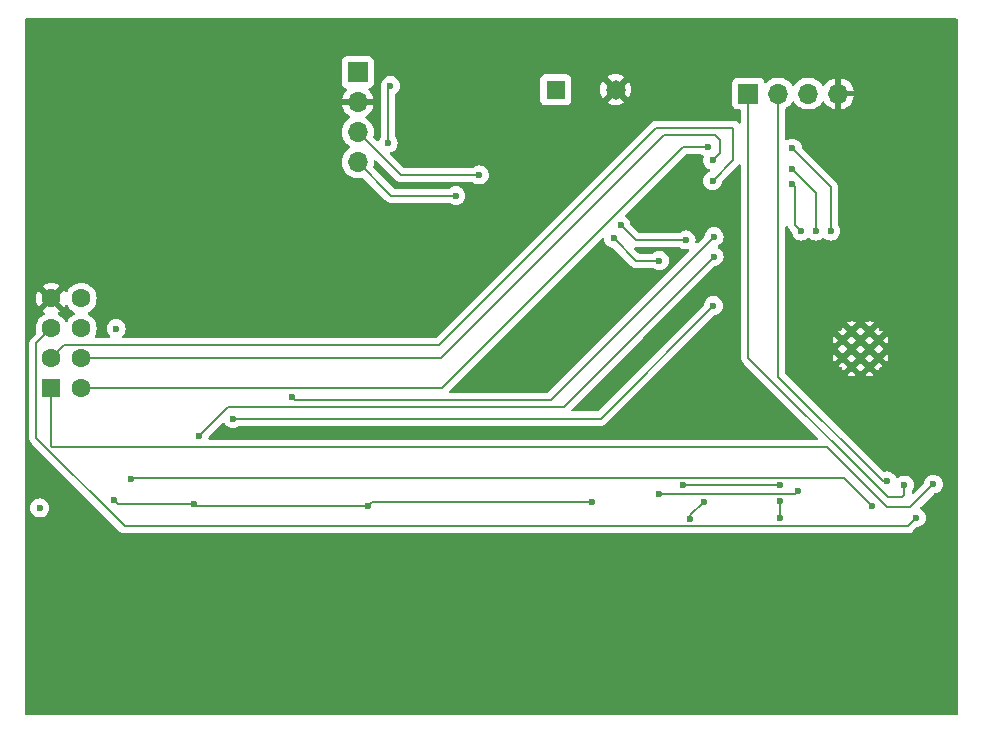
<source format=gbr>
%TF.GenerationSoftware,KiCad,Pcbnew,8.0.0*%
%TF.CreationDate,2025-02-17T23:06:34+05:30*%
%TF.ProjectId,Remote_motorcycle,52656d6f-7465-45f6-9d6f-746f72637963,rev?*%
%TF.SameCoordinates,Original*%
%TF.FileFunction,Copper,L2,Bot*%
%TF.FilePolarity,Positive*%
%FSLAX46Y46*%
G04 Gerber Fmt 4.6, Leading zero omitted, Abs format (unit mm)*
G04 Created by KiCad (PCBNEW 8.0.0) date 2025-02-17 23:06:34*
%MOMM*%
%LPD*%
G01*
G04 APERTURE LIST*
%TA.AperFunction,ComponentPad*%
%ADD10R,1.700000X1.700000*%
%TD*%
%TA.AperFunction,ComponentPad*%
%ADD11O,1.700000X1.700000*%
%TD*%
%TA.AperFunction,HeatsinkPad*%
%ADD12C,0.600000*%
%TD*%
%TA.AperFunction,ComponentPad*%
%ADD13R,1.650000X1.650000*%
%TD*%
%TA.AperFunction,ComponentPad*%
%ADD14C,1.650000*%
%TD*%
%TA.AperFunction,ComponentPad*%
%ADD15R,1.605000X1.605000*%
%TD*%
%TA.AperFunction,ComponentPad*%
%ADD16C,1.605000*%
%TD*%
%TA.AperFunction,ViaPad*%
%ADD17C,0.600000*%
%TD*%
%TA.AperFunction,Conductor*%
%ADD18C,0.200000*%
%TD*%
G04 APERTURE END LIST*
D10*
%TO.P,J1,1,Pin_1*%
%TO.N,VDD*%
X104710000Y-99050000D03*
D11*
%TO.P,J1,2,Pin_2*%
%TO.N,GND*%
X104710000Y-101590000D03*
%TO.P,J1,3,Pin_3*%
%TO.N,/Tx_BL*%
X104710000Y-104130000D03*
%TO.P,J1,4,Pin_4*%
%TO.N,/Rx_BL*%
X104710000Y-106670000D03*
%TD*%
D10*
%TO.P,J4,1,Pin_1*%
%TO.N,/Tx*%
X137775000Y-100855000D03*
D11*
%TO.P,J4,2,Pin_2*%
%TO.N,/Rx*%
X140315000Y-100855000D03*
%TO.P,J4,3,Pin_3*%
%TO.N,VDD*%
X142855000Y-100855000D03*
%TO.P,J4,4,Pin_4*%
%TO.N,GND*%
X145395000Y-100855000D03*
%TD*%
D12*
%TO.P,U1,39,GND*%
%TO.N,GND*%
X148042500Y-120945000D03*
X146517500Y-120945000D03*
X148805000Y-121707500D03*
X147280000Y-121707500D03*
X145755000Y-121707500D03*
X148042500Y-122470000D03*
X146517500Y-122470000D03*
X148805000Y-123232500D03*
X147280000Y-123232500D03*
X145755000Y-123232500D03*
X148042500Y-123995000D03*
X146517500Y-123995000D03*
%TD*%
D13*
%TO.P,J2,1,Pin_1*%
%TO.N,/Vbat*%
X121460000Y-100520000D03*
D14*
%TO.P,J2,2,Pin_2*%
%TO.N,GND*%
X126540000Y-100520000D03*
%TD*%
D15*
%TO.P,J3,1,1*%
%TO.N,/busy*%
X78760000Y-125820000D03*
D16*
%TO.P,J3,2,2*%
%TO.N,/res*%
X81300000Y-125820000D03*
%TO.P,J3,3,3*%
%TO.N,/d{slash}c*%
X78760000Y-123280000D03*
%TO.P,J3,4,4*%
%TO.N,/cs*%
X81300000Y-123280000D03*
%TO.P,J3,5,5*%
%TO.N,/scl*%
X78760000Y-120740000D03*
%TO.P,J3,6,6*%
%TO.N,/sda*%
X81300000Y-120740000D03*
%TO.P,J3,7,7*%
%TO.N,GND*%
X78760000Y-118200000D03*
%TO.P,J3,8,8*%
%TO.N,VDD*%
X81300000Y-118200000D03*
%TD*%
D17*
%TO.N,GND*%
X117500000Y-114500000D03*
X125500000Y-115000000D03*
X77260000Y-115800000D03*
X128000000Y-116500000D03*
X130500000Y-110500000D03*
X134000000Y-112000000D03*
%TO.N,VDD*%
X105562400Y-135788400D03*
X90830400Y-135636000D03*
X77774800Y-135940800D03*
X84074000Y-135280400D03*
X124561600Y-135432800D03*
%TO.N,/Rx_BL*%
X130250000Y-134750000D03*
X107280000Y-105050000D03*
X126375000Y-113125000D03*
X130250000Y-115000000D03*
X113000000Y-109500000D03*
X107480000Y-100190000D03*
X142000000Y-134500000D03*
%TO.N,/Tx_BL*%
X115000000Y-107750000D03*
X132500000Y-113250000D03*
X140500000Y-134000000D03*
X132250000Y-134000000D03*
X127000000Y-112000000D03*
%TO.N,/Rx*%
X149540000Y-133654800D03*
%TO.N,/Tx*%
X151000000Y-134000000D03*
%TO.N,/PB2*%
X91287600Y-129844800D03*
X134874000Y-114655600D03*
%TO.N,/PB3*%
X134823200Y-118821200D03*
X94132400Y-128371600D03*
%TO.N,/PB4*%
X134874000Y-112979200D03*
X99110800Y-126542800D03*
%TO.N,/EN*%
X132840000Y-136890000D03*
X134000000Y-135400000D03*
%TO.N,/BOOT*%
X140490000Y-135370000D03*
X140470000Y-136800000D03*
%TO.N,/d{slash}c*%
X141500000Y-108500000D03*
X134750000Y-108250000D03*
X142250000Y-112500000D03*
%TO.N,/busy*%
X153440000Y-133920000D03*
%TO.N,/sda*%
X85500000Y-133500000D03*
X84250000Y-120750000D03*
X148250000Y-135750000D03*
%TO.N,/scl*%
X152000000Y-136750000D03*
%TO.N,/res*%
X134353000Y-105397000D03*
X141500000Y-105500000D03*
X144750000Y-112500000D03*
%TO.N,/cs*%
X143500000Y-112500000D03*
X134750000Y-106500000D03*
X141500000Y-107250000D03*
%TD*%
D18*
%TO.N,GND*%
X78760000Y-118200000D02*
X77260000Y-116700000D01*
X77260000Y-116700000D02*
X77260000Y-115800000D01*
X126500000Y-115000000D02*
X125500000Y-115000000D01*
X134000000Y-112000000D02*
X132500000Y-110500000D01*
X128000000Y-116500000D02*
X126500000Y-115000000D01*
X132500000Y-110500000D02*
X130500000Y-110500000D01*
%TO.N,VDD*%
X105918000Y-135432800D02*
X105562400Y-135788400D01*
X105562400Y-135788400D02*
X90982800Y-135788400D01*
X124561600Y-135432800D02*
X105918000Y-135432800D01*
X84429600Y-135636000D02*
X84074000Y-135280400D01*
X90982800Y-135788400D02*
X90830400Y-135636000D01*
X90830400Y-135636000D02*
X84429600Y-135636000D01*
%TO.N,/Rx_BL*%
X113000000Y-109500000D02*
X107540000Y-109500000D01*
X107280000Y-100390000D02*
X107480000Y-100190000D01*
X107280000Y-105050000D02*
X107280000Y-100390000D01*
X126375000Y-113125000D02*
X128250000Y-115000000D01*
X107540000Y-109500000D02*
X104710000Y-106670000D01*
X128250000Y-115000000D02*
X130250000Y-115000000D01*
X142000000Y-134500000D02*
X141750000Y-134750000D01*
X141750000Y-134750000D02*
X130250000Y-134750000D01*
%TO.N,/Tx_BL*%
X140500000Y-134000000D02*
X132250000Y-134000000D01*
X128250000Y-113250000D02*
X132500000Y-113250000D01*
X115000000Y-107750000D02*
X108330000Y-107750000D01*
X127000000Y-112000000D02*
X128250000Y-113250000D01*
X108330000Y-107750000D02*
X104710000Y-104130000D01*
%TO.N,/Rx*%
X140315000Y-124815000D02*
X140315000Y-100855000D01*
X149154800Y-133654800D02*
X140315000Y-124815000D01*
X149540000Y-133654800D02*
X149154800Y-133654800D01*
%TO.N,/Tx*%
X150825200Y-135026400D02*
X149565736Y-135026400D01*
X137775000Y-123235664D02*
X137775000Y-100855000D01*
X151000000Y-134000000D02*
X151000000Y-134851600D01*
X151000000Y-134851600D02*
X150825200Y-135026400D01*
X149565736Y-135026400D02*
X137775000Y-123235664D01*
%TO.N,/PB2*%
X134874000Y-114655600D02*
X122132800Y-127396800D01*
X93735600Y-127396800D02*
X91287600Y-129844800D01*
X122132800Y-127396800D02*
X93735600Y-127396800D01*
%TO.N,/PB3*%
X134823200Y-118821200D02*
X125272800Y-128371600D01*
X125272800Y-128371600D02*
X94132400Y-128371600D01*
%TO.N,/PB4*%
X121056400Y-126796800D02*
X134874000Y-112979200D01*
X99364800Y-126796800D02*
X121056400Y-126796800D01*
X99110800Y-126542800D02*
X99364800Y-126796800D01*
%TO.N,/EN*%
X134000000Y-135400000D02*
X132840000Y-136560000D01*
X132840000Y-136560000D02*
X132840000Y-136890000D01*
%TO.N,/BOOT*%
X140490000Y-136780000D02*
X140470000Y-136800000D01*
X140490000Y-135370000D02*
X140490000Y-136780000D01*
%TO.N,/d{slash}c*%
X130000000Y-103750000D02*
X111572500Y-122177500D01*
X136500000Y-106500000D02*
X136500000Y-103750000D01*
X111572500Y-122177500D02*
X79862500Y-122177500D01*
X136500000Y-103750000D02*
X130000000Y-103750000D01*
X79862500Y-122177500D02*
X78760000Y-123280000D01*
X141500000Y-108500000D02*
X141750000Y-108750000D01*
X141750000Y-112000000D02*
X142250000Y-112500000D01*
X141750000Y-108750000D02*
X141750000Y-112000000D01*
X134750000Y-108250000D02*
X136500000Y-106500000D01*
%TO.N,/busy*%
X149504400Y-135890000D02*
X144414400Y-130800000D01*
X78840000Y-130800000D02*
X78760000Y-130720000D01*
X153440000Y-133920000D02*
X151470000Y-135890000D01*
X78760000Y-130720000D02*
X78760000Y-125820000D01*
X144414400Y-130800000D02*
X78840000Y-130800000D01*
X151470000Y-135890000D02*
X149504400Y-135890000D01*
%TO.N,/sda*%
X148250000Y-135750000D02*
X145900000Y-133400000D01*
X145900000Y-133400000D02*
X85600000Y-133400000D01*
X85600000Y-133400000D02*
X85500000Y-133500000D01*
%TO.N,/scl*%
X152000000Y-136750000D02*
X151260000Y-137490000D01*
X151260000Y-137490000D02*
X84964315Y-137490000D01*
X77500000Y-130025685D02*
X77500000Y-122000000D01*
X84964315Y-137490000D02*
X77500000Y-130025685D01*
X77500000Y-122000000D02*
X78760000Y-120740000D01*
%TO.N,/res*%
X144750000Y-108750000D02*
X141500000Y-105500000D01*
X134353000Y-105397000D02*
X132228000Y-105397000D01*
X111805000Y-125820000D02*
X81300000Y-125820000D01*
X144750000Y-112500000D02*
X144750000Y-108750000D01*
X132228000Y-105397000D02*
X111805000Y-125820000D01*
%TO.N,/cs*%
X143500000Y-112500000D02*
X143500000Y-109250000D01*
X134750000Y-106500000D02*
X135350000Y-105900000D01*
X135350000Y-104751471D02*
X134998529Y-104400000D01*
X143500000Y-109250000D02*
X141500000Y-107250000D01*
X130600000Y-104400000D02*
X111720000Y-123280000D01*
X135350000Y-105900000D02*
X135350000Y-104751471D01*
X111720000Y-123280000D02*
X81300000Y-123280000D01*
X134998529Y-104400000D02*
X130600000Y-104400000D01*
%TD*%
%TA.AperFunction,Conductor*%
%TO.N,GND*%
G36*
X133837627Y-106017185D02*
G01*
X133847903Y-106024555D01*
X133850736Y-106026814D01*
X133850738Y-106026816D01*
X133944686Y-106085848D01*
X133990977Y-106138182D01*
X134001625Y-106207235D01*
X133995756Y-106231795D01*
X133964632Y-106320742D01*
X133964630Y-106320750D01*
X133944435Y-106499996D01*
X133944435Y-106500003D01*
X133964630Y-106679249D01*
X133964631Y-106679254D01*
X134024211Y-106849523D01*
X134083849Y-106944435D01*
X134120184Y-107002262D01*
X134247738Y-107129816D01*
X134400478Y-107225789D01*
X134463202Y-107247737D01*
X134492412Y-107257958D01*
X134549188Y-107298680D01*
X134574935Y-107363633D01*
X134561479Y-107432194D01*
X134513092Y-107482597D01*
X134492412Y-107492042D01*
X134400476Y-107524211D01*
X134247737Y-107620184D01*
X134120184Y-107747737D01*
X134024211Y-107900476D01*
X133964631Y-108070745D01*
X133964630Y-108070750D01*
X133944435Y-108249996D01*
X133944435Y-108250003D01*
X133964630Y-108429249D01*
X133964631Y-108429254D01*
X134024211Y-108599523D01*
X134069089Y-108670945D01*
X134120184Y-108752262D01*
X134247738Y-108879816D01*
X134400478Y-108975789D01*
X134570745Y-109035368D01*
X134570750Y-109035369D01*
X134749996Y-109055565D01*
X134750000Y-109055565D01*
X134750004Y-109055565D01*
X134929249Y-109035369D01*
X134929252Y-109035368D01*
X134929255Y-109035368D01*
X135099522Y-108975789D01*
X135252262Y-108879816D01*
X135379816Y-108752262D01*
X135475789Y-108599522D01*
X135535368Y-108429255D01*
X135545161Y-108342329D01*
X135572226Y-108277918D01*
X135580690Y-108268543D01*
X136962821Y-106886414D01*
X137024142Y-106852931D01*
X137093834Y-106857915D01*
X137149767Y-106899787D01*
X137174184Y-106965251D01*
X137174500Y-106974097D01*
X137174500Y-123148994D01*
X137174499Y-123149012D01*
X137174499Y-123314718D01*
X137174498Y-123314718D01*
X137179263Y-123332500D01*
X137215423Y-123467449D01*
X137238332Y-123507128D01*
X137289415Y-123595607D01*
X137294479Y-123604378D01*
X137294481Y-123604381D01*
X137413349Y-123723249D01*
X137413355Y-123723254D01*
X143677919Y-129987819D01*
X143711404Y-130049142D01*
X143706420Y-130118834D01*
X143664548Y-130174767D01*
X143599084Y-130199184D01*
X143590238Y-130199500D01*
X92186339Y-130199500D01*
X92119300Y-130179815D01*
X92073545Y-130127011D01*
X92063601Y-130057853D01*
X92069298Y-130034545D01*
X92072967Y-130024058D01*
X92072967Y-130024057D01*
X92072968Y-130024055D01*
X92082761Y-129937129D01*
X92109826Y-129872718D01*
X92118290Y-129863343D01*
X93240287Y-128741346D01*
X93301608Y-128707863D01*
X93371300Y-128712847D01*
X93427233Y-128754719D01*
X93432959Y-128763056D01*
X93502582Y-128873860D01*
X93502584Y-128873862D01*
X93630138Y-129001416D01*
X93782878Y-129097389D01*
X93953145Y-129156968D01*
X93953150Y-129156969D01*
X94132396Y-129177165D01*
X94132400Y-129177165D01*
X94132404Y-129177165D01*
X94311649Y-129156969D01*
X94311652Y-129156968D01*
X94311655Y-129156968D01*
X94481922Y-129097389D01*
X94634662Y-129001416D01*
X94634667Y-129001410D01*
X94637497Y-128999155D01*
X94639675Y-128998265D01*
X94640558Y-128997711D01*
X94640655Y-128997865D01*
X94702183Y-128972745D01*
X94714812Y-128972100D01*
X125186131Y-128972100D01*
X125186147Y-128972101D01*
X125193743Y-128972101D01*
X125351854Y-128972101D01*
X125351857Y-128972101D01*
X125504585Y-128931177D01*
X125554704Y-128902239D01*
X125641516Y-128852120D01*
X125753320Y-128740316D01*
X125753320Y-128740314D01*
X125763528Y-128730107D01*
X125763530Y-128730104D01*
X134841735Y-119651898D01*
X134903056Y-119618415D01*
X134915511Y-119616363D01*
X135002455Y-119606568D01*
X135172722Y-119546989D01*
X135325462Y-119451016D01*
X135453016Y-119323462D01*
X135548989Y-119170722D01*
X135608568Y-119000455D01*
X135608569Y-119000449D01*
X135628765Y-118821203D01*
X135628765Y-118821196D01*
X135608569Y-118641950D01*
X135608568Y-118641945D01*
X135548988Y-118471676D01*
X135453015Y-118318937D01*
X135325462Y-118191384D01*
X135172723Y-118095411D01*
X135002454Y-118035831D01*
X135002449Y-118035830D01*
X134823204Y-118015635D01*
X134823196Y-118015635D01*
X134643950Y-118035830D01*
X134643945Y-118035831D01*
X134473676Y-118095411D01*
X134320937Y-118191384D01*
X134193384Y-118318937D01*
X134097410Y-118471678D01*
X134037830Y-118641950D01*
X134028037Y-118728868D01*
X134000970Y-118793282D01*
X133992498Y-118802665D01*
X125060384Y-127734781D01*
X124999061Y-127768266D01*
X124972703Y-127771100D01*
X122907096Y-127771100D01*
X122840057Y-127751415D01*
X122794302Y-127698611D01*
X122784358Y-127629453D01*
X122813383Y-127565897D01*
X122819415Y-127559419D01*
X128850476Y-121528358D01*
X134892535Y-115486298D01*
X134953856Y-115452815D01*
X134966311Y-115450763D01*
X135053255Y-115440968D01*
X135223522Y-115381389D01*
X135376262Y-115285416D01*
X135503816Y-115157862D01*
X135599789Y-115005122D01*
X135659368Y-114834855D01*
X135659369Y-114834849D01*
X135679565Y-114655603D01*
X135679565Y-114655596D01*
X135659369Y-114476350D01*
X135659368Y-114476345D01*
X135622221Y-114370185D01*
X135599789Y-114306078D01*
X135503816Y-114153338D01*
X135376262Y-114025784D01*
X135336594Y-114000859D01*
X135223521Y-113929810D01*
X135222088Y-113929120D01*
X135221321Y-113928428D01*
X135217626Y-113926106D01*
X135218032Y-113925458D01*
X135170229Y-113882297D01*
X135151916Y-113814870D01*
X135172964Y-113748246D01*
X135217972Y-113709245D01*
X135217626Y-113708694D01*
X135221204Y-113706445D01*
X135222088Y-113705680D01*
X135223518Y-113704990D01*
X135223522Y-113704989D01*
X135376262Y-113609016D01*
X135503816Y-113481462D01*
X135599789Y-113328722D01*
X135659368Y-113158455D01*
X135662595Y-113129815D01*
X135679565Y-112979203D01*
X135679565Y-112979196D01*
X135659369Y-112799950D01*
X135659368Y-112799945D01*
X135617136Y-112679254D01*
X135599789Y-112629678D01*
X135503816Y-112476938D01*
X135376262Y-112349384D01*
X135360742Y-112339632D01*
X135223523Y-112253411D01*
X135053254Y-112193831D01*
X135053249Y-112193830D01*
X134874004Y-112173635D01*
X134873996Y-112173635D01*
X134694750Y-112193830D01*
X134694745Y-112193831D01*
X134524476Y-112253411D01*
X134371737Y-112349384D01*
X134244184Y-112476937D01*
X134148210Y-112629678D01*
X134088630Y-112799950D01*
X134078837Y-112886868D01*
X134051770Y-112951282D01*
X134043298Y-112960665D01*
X133499205Y-113504758D01*
X133437882Y-113538243D01*
X133368190Y-113533259D01*
X133312257Y-113491387D01*
X133287840Y-113425923D01*
X133288304Y-113403193D01*
X133305565Y-113250002D01*
X133305565Y-113249996D01*
X133285369Y-113070750D01*
X133285368Y-113070745D01*
X133253335Y-112979200D01*
X133225789Y-112900478D01*
X133129816Y-112747738D01*
X133002262Y-112620184D01*
X132889316Y-112549215D01*
X132849523Y-112524211D01*
X132679254Y-112464631D01*
X132679249Y-112464630D01*
X132500004Y-112444435D01*
X132499996Y-112444435D01*
X132320750Y-112464630D01*
X132320745Y-112464631D01*
X132150476Y-112524211D01*
X131997736Y-112620185D01*
X131994903Y-112622445D01*
X131992724Y-112623334D01*
X131991842Y-112623889D01*
X131991744Y-112623734D01*
X131930217Y-112648855D01*
X131917588Y-112649500D01*
X128550097Y-112649500D01*
X128483058Y-112629815D01*
X128462416Y-112613181D01*
X127830700Y-111981465D01*
X127797215Y-111920142D01*
X127795163Y-111907686D01*
X127785368Y-111820745D01*
X127725789Y-111650478D01*
X127629816Y-111497738D01*
X127502262Y-111370184D01*
X127389368Y-111299247D01*
X127343078Y-111246914D01*
X127332430Y-111177861D01*
X127360805Y-111114012D01*
X127367647Y-111106587D01*
X132440417Y-106033819D01*
X132501740Y-106000334D01*
X132528098Y-105997500D01*
X133770588Y-105997500D01*
X133837627Y-106017185D01*
G37*
%TD.AperFunction*%
%TA.AperFunction,Conductor*%
G36*
X125496079Y-113080668D02*
G01*
X125552012Y-113122540D01*
X125575965Y-113182966D01*
X125589630Y-113304250D01*
X125589631Y-113304254D01*
X125649211Y-113474523D01*
X125727754Y-113599522D01*
X125745184Y-113627262D01*
X125872738Y-113754816D01*
X126025478Y-113850789D01*
X126195745Y-113910368D01*
X126282669Y-113920161D01*
X126347080Y-113947226D01*
X126356465Y-113955700D01*
X127765139Y-115364374D01*
X127765149Y-115364385D01*
X127769479Y-115368715D01*
X127769480Y-115368716D01*
X127881284Y-115480520D01*
X127881286Y-115480521D01*
X127881290Y-115480524D01*
X128018209Y-115559573D01*
X128018216Y-115559577D01*
X128130019Y-115589534D01*
X128170942Y-115600500D01*
X128170943Y-115600500D01*
X129667588Y-115600500D01*
X129734627Y-115620185D01*
X129744903Y-115627555D01*
X129747736Y-115629814D01*
X129747738Y-115629816D01*
X129900478Y-115725789D01*
X130070745Y-115785368D01*
X130070750Y-115785369D01*
X130249996Y-115805565D01*
X130250000Y-115805565D01*
X130250004Y-115805565D01*
X130429249Y-115785369D01*
X130429252Y-115785368D01*
X130429255Y-115785368D01*
X130599522Y-115725789D01*
X130752262Y-115629816D01*
X130879816Y-115502262D01*
X130975789Y-115349522D01*
X131035368Y-115179255D01*
X131035369Y-115179249D01*
X131055565Y-115000003D01*
X131055565Y-114999996D01*
X131035369Y-114820750D01*
X131035368Y-114820745D01*
X130975788Y-114650476D01*
X130879815Y-114497737D01*
X130752262Y-114370184D01*
X130599523Y-114274211D01*
X130429254Y-114214631D01*
X130429249Y-114214630D01*
X130250004Y-114194435D01*
X130249996Y-114194435D01*
X130070750Y-114214630D01*
X130070745Y-114214631D01*
X129900476Y-114274211D01*
X129747736Y-114370185D01*
X129744903Y-114372445D01*
X129742724Y-114373334D01*
X129741842Y-114373889D01*
X129741744Y-114373734D01*
X129680217Y-114398855D01*
X129667588Y-114399500D01*
X128550097Y-114399500D01*
X128483058Y-114379815D01*
X128462416Y-114363181D01*
X128161417Y-114062182D01*
X128127932Y-114000859D01*
X128132916Y-113931167D01*
X128174788Y-113875234D01*
X128240252Y-113850817D01*
X128249098Y-113850501D01*
X128336653Y-113850501D01*
X128336669Y-113850500D01*
X131917588Y-113850500D01*
X131984627Y-113870185D01*
X131994903Y-113877555D01*
X131997736Y-113879814D01*
X131997738Y-113879816D01*
X132076205Y-113929120D01*
X132118506Y-113955700D01*
X132150478Y-113975789D01*
X132222124Y-114000859D01*
X132320745Y-114035368D01*
X132320750Y-114035369D01*
X132499996Y-114055565D01*
X132500000Y-114055565D01*
X132500002Y-114055565D01*
X132550753Y-114049846D01*
X132653194Y-114038304D01*
X132722015Y-114050358D01*
X132773394Y-114097707D01*
X132791019Y-114165317D01*
X132769293Y-114231723D01*
X132754758Y-114249205D01*
X120843984Y-126159981D01*
X120782661Y-126193466D01*
X120756303Y-126196300D01*
X112577296Y-126196300D01*
X112510257Y-126176615D01*
X112464502Y-126123811D01*
X112454558Y-126054653D01*
X112483583Y-125991097D01*
X112489615Y-125984619D01*
X118927245Y-119546989D01*
X125365066Y-113109167D01*
X125426387Y-113075684D01*
X125496079Y-113080668D01*
G37*
%TD.AperFunction*%
%TA.AperFunction,Conductor*%
G36*
X79840820Y-118927267D02*
G01*
X79892306Y-118853737D01*
X79917341Y-118800050D01*
X79963513Y-118747610D01*
X80030706Y-118728457D01*
X80097588Y-118748672D01*
X80142106Y-118800048D01*
X80167259Y-118853989D01*
X80167261Y-118853993D01*
X80298027Y-119040746D01*
X80298032Y-119040752D01*
X80459247Y-119201967D01*
X80459253Y-119201972D01*
X80646006Y-119332738D01*
X80646008Y-119332739D01*
X80646011Y-119332741D01*
X80690688Y-119353574D01*
X80699360Y-119357618D01*
X80751800Y-119403790D01*
X80770952Y-119470983D01*
X80750737Y-119537865D01*
X80699361Y-119582382D01*
X80646013Y-119607258D01*
X80646011Y-119607259D01*
X80459246Y-119738032D01*
X80298032Y-119899246D01*
X80167259Y-120086011D01*
X80167258Y-120086013D01*
X80142382Y-120139361D01*
X80096209Y-120191800D01*
X80029016Y-120210952D01*
X79962135Y-120190736D01*
X79917618Y-120139361D01*
X79892741Y-120086012D01*
X79807749Y-119964630D01*
X79761970Y-119899250D01*
X79761966Y-119899246D01*
X79600751Y-119738031D01*
X79600747Y-119738028D01*
X79600746Y-119738027D01*
X79413993Y-119607261D01*
X79413989Y-119607259D01*
X79360048Y-119582106D01*
X79307609Y-119535934D01*
X79288457Y-119468740D01*
X79308673Y-119401859D01*
X79360050Y-119357341D01*
X79413737Y-119332306D01*
X79487267Y-119280820D01*
X78917987Y-118711539D01*
X78966502Y-118698540D01*
X79088497Y-118628106D01*
X79188106Y-118528497D01*
X79258540Y-118406502D01*
X79271539Y-118357986D01*
X79840820Y-118927267D01*
G37*
%TD.AperFunction*%
%TA.AperFunction,Conductor*%
G36*
X155442539Y-94520185D02*
G01*
X155488294Y-94572989D01*
X155499500Y-94624500D01*
X155499500Y-153375500D01*
X155479815Y-153442539D01*
X155427011Y-153488294D01*
X155375500Y-153499500D01*
X76624500Y-153499500D01*
X76557461Y-153479815D01*
X76511706Y-153427011D01*
X76500500Y-153375500D01*
X76500500Y-135940803D01*
X76969235Y-135940803D01*
X76989430Y-136120049D01*
X76989431Y-136120054D01*
X77049011Y-136290323D01*
X77129372Y-136418216D01*
X77144984Y-136443062D01*
X77272538Y-136570616D01*
X77305856Y-136591551D01*
X77411083Y-136657670D01*
X77425278Y-136666589D01*
X77540289Y-136706833D01*
X77595545Y-136726168D01*
X77595550Y-136726169D01*
X77774796Y-136746365D01*
X77774800Y-136746365D01*
X77774804Y-136746365D01*
X77954049Y-136726169D01*
X77954052Y-136726168D01*
X77954055Y-136726168D01*
X78124322Y-136666589D01*
X78277062Y-136570616D01*
X78404616Y-136443062D01*
X78500589Y-136290322D01*
X78560168Y-136120055D01*
X78560586Y-136116346D01*
X78580365Y-135940803D01*
X78580365Y-135940796D01*
X78560169Y-135761550D01*
X78560168Y-135761545D01*
X78545464Y-135719523D01*
X78500589Y-135591278D01*
X78493034Y-135579255D01*
X78428022Y-135475788D01*
X78404616Y-135438538D01*
X78277062Y-135310984D01*
X78236296Y-135285369D01*
X78124323Y-135215011D01*
X77954054Y-135155431D01*
X77954049Y-135155430D01*
X77774804Y-135135235D01*
X77774796Y-135135235D01*
X77595550Y-135155430D01*
X77595545Y-135155431D01*
X77425276Y-135215011D01*
X77272537Y-135310984D01*
X77144984Y-135438537D01*
X77049011Y-135591276D01*
X76989431Y-135761545D01*
X76989430Y-135761550D01*
X76969235Y-135940796D01*
X76969235Y-135940803D01*
X76500500Y-135940803D01*
X76500500Y-130104739D01*
X76899498Y-130104739D01*
X76899499Y-130104742D01*
X76918262Y-130174767D01*
X76940424Y-130257472D01*
X76953043Y-130279328D01*
X76953044Y-130279330D01*
X77019477Y-130394397D01*
X77019481Y-130394402D01*
X77138349Y-130513270D01*
X77138354Y-130513274D01*
X84595599Y-137970520D01*
X84595601Y-137970521D01*
X84595605Y-137970524D01*
X84732524Y-138049573D01*
X84732531Y-138049577D01*
X84885258Y-138090501D01*
X84885260Y-138090501D01*
X85050969Y-138090501D01*
X85050985Y-138090500D01*
X151173331Y-138090500D01*
X151173347Y-138090501D01*
X151180943Y-138090501D01*
X151339054Y-138090501D01*
X151339057Y-138090501D01*
X151491785Y-138049577D01*
X151541904Y-138020639D01*
X151628716Y-137970520D01*
X151740520Y-137858716D01*
X151740520Y-137858714D01*
X151750728Y-137848507D01*
X151750730Y-137848504D01*
X152018535Y-137580698D01*
X152079856Y-137547215D01*
X152092311Y-137545163D01*
X152179255Y-137535368D01*
X152349522Y-137475789D01*
X152502262Y-137379816D01*
X152629816Y-137252262D01*
X152725789Y-137099522D01*
X152785368Y-136929255D01*
X152785369Y-136929249D01*
X152805565Y-136750003D01*
X152805565Y-136749996D01*
X152785369Y-136570750D01*
X152785368Y-136570745D01*
X152733099Y-136421369D01*
X152725789Y-136400478D01*
X152717781Y-136387734D01*
X152686582Y-136338080D01*
X152629816Y-136247738D01*
X152502262Y-136120184D01*
X152502260Y-136120182D01*
X152380157Y-136043459D01*
X152333867Y-135991124D01*
X152323219Y-135922071D01*
X152351594Y-135858223D01*
X152358437Y-135850797D01*
X153458536Y-134750698D01*
X153519857Y-134717215D01*
X153532310Y-134715163D01*
X153619255Y-134705368D01*
X153789522Y-134645789D01*
X153942262Y-134549816D01*
X154069816Y-134422262D01*
X154165789Y-134269522D01*
X154225368Y-134099255D01*
X154225369Y-134099249D01*
X154245565Y-133920003D01*
X154245565Y-133919996D01*
X154225369Y-133740750D01*
X154225368Y-133740745D01*
X154193782Y-133650478D01*
X154165789Y-133570478D01*
X154069816Y-133417738D01*
X153942262Y-133290184D01*
X153916841Y-133274211D01*
X153789523Y-133194211D01*
X153619254Y-133134631D01*
X153619249Y-133134630D01*
X153440004Y-133114435D01*
X153439996Y-133114435D01*
X153260750Y-133134630D01*
X153260745Y-133134631D01*
X153090476Y-133194211D01*
X152937737Y-133290184D01*
X152810184Y-133417737D01*
X152714210Y-133570478D01*
X152654630Y-133740750D01*
X152644837Y-133827667D01*
X152617770Y-133892081D01*
X152609298Y-133901464D01*
X151812181Y-134698582D01*
X151750858Y-134732067D01*
X151681167Y-134727083D01*
X151625233Y-134685211D01*
X151600816Y-134619747D01*
X151600500Y-134610901D01*
X151600500Y-134582412D01*
X151620185Y-134515373D01*
X151627555Y-134505097D01*
X151629810Y-134502267D01*
X151629816Y-134502262D01*
X151725789Y-134349522D01*
X151785368Y-134179255D01*
X151787869Y-134157062D01*
X151805565Y-134000003D01*
X151805565Y-133999996D01*
X151785369Y-133820750D01*
X151785368Y-133820745D01*
X151725789Y-133650478D01*
X151629816Y-133497738D01*
X151502262Y-133370184D01*
X151452493Y-133338912D01*
X151349523Y-133274211D01*
X151179254Y-133214631D01*
X151179249Y-133214630D01*
X151000004Y-133194435D01*
X150999996Y-133194435D01*
X150820750Y-133214630D01*
X150820745Y-133214631D01*
X150650476Y-133274211D01*
X150497737Y-133370184D01*
X150497735Y-133370185D01*
X150482279Y-133385642D01*
X150420955Y-133419126D01*
X150351264Y-133414140D01*
X150295331Y-133372267D01*
X150277558Y-133338912D01*
X150265789Y-133305279D01*
X150265789Y-133305278D01*
X150169816Y-133152538D01*
X150042262Y-133024984D01*
X149889523Y-132929011D01*
X149719254Y-132869431D01*
X149719249Y-132869430D01*
X149540004Y-132849235D01*
X149539996Y-132849235D01*
X149360746Y-132869431D01*
X149360745Y-132869431D01*
X149329035Y-132880527D01*
X149259257Y-132884088D01*
X149200401Y-132851166D01*
X141060896Y-124711661D01*
X146154392Y-124711661D01*
X146168192Y-124720333D01*
X146168191Y-124720333D01*
X146338361Y-124779878D01*
X146517497Y-124800062D01*
X146517503Y-124800062D01*
X146696638Y-124779878D01*
X146696641Y-124779877D01*
X146866805Y-124720334D01*
X146866806Y-124720334D01*
X146880606Y-124711661D01*
X147679392Y-124711661D01*
X147693192Y-124720333D01*
X147693191Y-124720333D01*
X147863361Y-124779878D01*
X148042497Y-124800062D01*
X148042503Y-124800062D01*
X148221638Y-124779878D01*
X148221641Y-124779877D01*
X148391805Y-124720334D01*
X148391806Y-124720334D01*
X148405606Y-124711661D01*
X148405606Y-124711660D01*
X148042501Y-124348553D01*
X148042500Y-124348553D01*
X147679392Y-124711660D01*
X147679392Y-124711661D01*
X146880606Y-124711661D01*
X146880606Y-124711660D01*
X146517501Y-124348553D01*
X146517500Y-124348553D01*
X146154392Y-124711660D01*
X146154392Y-124711661D01*
X141060896Y-124711661D01*
X140951819Y-124602584D01*
X140918334Y-124541261D01*
X140915500Y-124514903D01*
X140915500Y-123949161D01*
X145391892Y-123949161D01*
X145405692Y-123957833D01*
X145405691Y-123957833D01*
X145575861Y-124017378D01*
X145618482Y-124022180D01*
X145682896Y-124049246D01*
X145722451Y-124106840D01*
X145727819Y-124131515D01*
X145732621Y-124174138D01*
X145792165Y-124344304D01*
X145800838Y-124358107D01*
X146144055Y-124014891D01*
X146417500Y-124014891D01*
X146432724Y-124051645D01*
X146460855Y-124079776D01*
X146497609Y-124095000D01*
X146537391Y-124095000D01*
X146574145Y-124079776D01*
X146602276Y-124051645D01*
X146617500Y-124014891D01*
X146617500Y-123995000D01*
X146871053Y-123995000D01*
X147234160Y-124358106D01*
X147266122Y-124354506D01*
X147293885Y-124354507D01*
X147325838Y-124358107D01*
X147669055Y-124014891D01*
X147942500Y-124014891D01*
X147957724Y-124051645D01*
X147985855Y-124079776D01*
X148022609Y-124095000D01*
X148062391Y-124095000D01*
X148099145Y-124079776D01*
X148127276Y-124051645D01*
X148142500Y-124014891D01*
X148142500Y-123995000D01*
X148396053Y-123995000D01*
X148759160Y-124358106D01*
X148759161Y-124358106D01*
X148767834Y-124344306D01*
X148767834Y-124344305D01*
X148827378Y-124174139D01*
X148832180Y-124131518D01*
X148859246Y-124067103D01*
X148916840Y-124027548D01*
X148941518Y-124022180D01*
X148984139Y-124017378D01*
X149154305Y-123957834D01*
X149154306Y-123957834D01*
X149168106Y-123949161D01*
X149168106Y-123949160D01*
X148805000Y-123586053D01*
X148749608Y-123641446D01*
X148749607Y-123641447D01*
X148396053Y-123995000D01*
X148142500Y-123995000D01*
X148142500Y-123975109D01*
X148127276Y-123938355D01*
X148099145Y-123910224D01*
X148062391Y-123895000D01*
X148022609Y-123895000D01*
X147985855Y-123910224D01*
X147957724Y-123938355D01*
X147942500Y-123975109D01*
X147942500Y-124014891D01*
X147669055Y-124014891D01*
X147688946Y-123995000D01*
X147335392Y-123641446D01*
X147280000Y-123586053D01*
X147224608Y-123641446D01*
X147224607Y-123641447D01*
X146871053Y-123994999D01*
X146871053Y-123995000D01*
X146617500Y-123995000D01*
X146617500Y-123975109D01*
X146602276Y-123938355D01*
X146574145Y-123910224D01*
X146537391Y-123895000D01*
X146497609Y-123895000D01*
X146460855Y-123910224D01*
X146432724Y-123938355D01*
X146417500Y-123975109D01*
X146417500Y-124014891D01*
X146144055Y-124014891D01*
X146163946Y-123995000D01*
X145754999Y-123586053D01*
X145754998Y-123586053D01*
X145391892Y-123949160D01*
X145391892Y-123949161D01*
X140915500Y-123949161D01*
X140915500Y-123232502D01*
X144949938Y-123232502D01*
X144970121Y-123411638D01*
X145029665Y-123581804D01*
X145038338Y-123595607D01*
X145381555Y-123252391D01*
X145655000Y-123252391D01*
X145670224Y-123289145D01*
X145698355Y-123317276D01*
X145735109Y-123332500D01*
X145774891Y-123332500D01*
X145811645Y-123317276D01*
X145839776Y-123289145D01*
X145855000Y-123252391D01*
X145855000Y-123232499D01*
X146108553Y-123232499D01*
X146517500Y-123641446D01*
X146906555Y-123252391D01*
X147180000Y-123252391D01*
X147195224Y-123289145D01*
X147223355Y-123317276D01*
X147260109Y-123332500D01*
X147299891Y-123332500D01*
X147336645Y-123317276D01*
X147364776Y-123289145D01*
X147380000Y-123252391D01*
X147380000Y-123232499D01*
X147633553Y-123232499D01*
X148042500Y-123641446D01*
X148431555Y-123252391D01*
X148705000Y-123252391D01*
X148720224Y-123289145D01*
X148748355Y-123317276D01*
X148785109Y-123332500D01*
X148824891Y-123332500D01*
X148861645Y-123317276D01*
X148889776Y-123289145D01*
X148905000Y-123252391D01*
X148905000Y-123232500D01*
X149158553Y-123232500D01*
X149521660Y-123595606D01*
X149521661Y-123595606D01*
X149530334Y-123581806D01*
X149530334Y-123581805D01*
X149589877Y-123411641D01*
X149589878Y-123411638D01*
X149610062Y-123232502D01*
X149610062Y-123232497D01*
X149589878Y-123053361D01*
X149530333Y-122883192D01*
X149521661Y-122869392D01*
X149521660Y-122869392D01*
X149158553Y-123232500D01*
X148905000Y-123232500D01*
X148905000Y-123212609D01*
X148889776Y-123175855D01*
X148861645Y-123147724D01*
X148824891Y-123132500D01*
X148785109Y-123132500D01*
X148748355Y-123147724D01*
X148720224Y-123175855D01*
X148705000Y-123212609D01*
X148705000Y-123252391D01*
X148431555Y-123252391D01*
X148451446Y-123232500D01*
X148097892Y-122878946D01*
X148042500Y-122823553D01*
X147987108Y-122878946D01*
X147987107Y-122878947D01*
X147633553Y-123232499D01*
X147380000Y-123232499D01*
X147380000Y-123212609D01*
X147364776Y-123175855D01*
X147336645Y-123147724D01*
X147299891Y-123132500D01*
X147260109Y-123132500D01*
X147223355Y-123147724D01*
X147195224Y-123175855D01*
X147180000Y-123212609D01*
X147180000Y-123252391D01*
X146906555Y-123252391D01*
X146926446Y-123232500D01*
X146572892Y-122878946D01*
X146517500Y-122823553D01*
X146462108Y-122878946D01*
X146462107Y-122878947D01*
X146108553Y-123232499D01*
X145855000Y-123232499D01*
X145855000Y-123212609D01*
X145839776Y-123175855D01*
X145811645Y-123147724D01*
X145774891Y-123132500D01*
X145735109Y-123132500D01*
X145698355Y-123147724D01*
X145670224Y-123175855D01*
X145655000Y-123212609D01*
X145655000Y-123252391D01*
X145381555Y-123252391D01*
X145401446Y-123232500D01*
X145401446Y-123232499D01*
X145038338Y-122869391D01*
X145038337Y-122869391D01*
X145029667Y-122883191D01*
X145029662Y-122883201D01*
X144970122Y-123053358D01*
X144970121Y-123053361D01*
X144949938Y-123232497D01*
X144949938Y-123232502D01*
X140915500Y-123232502D01*
X140915500Y-122515838D01*
X145391891Y-122515838D01*
X145754998Y-122878946D01*
X145754999Y-122878946D01*
X146126782Y-122507164D01*
X146144055Y-122489891D01*
X146417500Y-122489891D01*
X146432724Y-122526645D01*
X146460855Y-122554776D01*
X146497609Y-122570000D01*
X146537391Y-122570000D01*
X146574145Y-122554776D01*
X146602276Y-122526645D01*
X146617500Y-122489891D01*
X146617500Y-122470000D01*
X146871053Y-122470000D01*
X146908217Y-122507163D01*
X147280000Y-122878946D01*
X147669055Y-122489891D01*
X147942500Y-122489891D01*
X147957724Y-122526645D01*
X147985855Y-122554776D01*
X148022609Y-122570000D01*
X148062391Y-122570000D01*
X148099145Y-122554776D01*
X148127276Y-122526645D01*
X148142500Y-122489891D01*
X148142500Y-122470000D01*
X148396053Y-122470000D01*
X148433217Y-122507163D01*
X148805000Y-122878946D01*
X148805001Y-122878946D01*
X149168107Y-122515838D01*
X149164507Y-122483885D01*
X149164506Y-122456122D01*
X149168106Y-122424160D01*
X148805000Y-122061053D01*
X148749608Y-122116446D01*
X148749607Y-122116447D01*
X148396053Y-122470000D01*
X148142500Y-122470000D01*
X148142500Y-122450109D01*
X148127276Y-122413355D01*
X148099145Y-122385224D01*
X148062391Y-122370000D01*
X148022609Y-122370000D01*
X147985855Y-122385224D01*
X147957724Y-122413355D01*
X147942500Y-122450109D01*
X147942500Y-122489891D01*
X147669055Y-122489891D01*
X147688946Y-122470000D01*
X147335392Y-122116446D01*
X147280000Y-122061053D01*
X147224608Y-122116446D01*
X147224607Y-122116447D01*
X146871053Y-122470000D01*
X146617500Y-122470000D01*
X146617500Y-122450109D01*
X146602276Y-122413355D01*
X146574145Y-122385224D01*
X146537391Y-122370000D01*
X146497609Y-122370000D01*
X146460855Y-122385224D01*
X146432724Y-122413355D01*
X146417500Y-122450109D01*
X146417500Y-122489891D01*
X146144055Y-122489891D01*
X146163946Y-122470000D01*
X145754999Y-122061053D01*
X145754998Y-122061053D01*
X145391892Y-122424160D01*
X145395493Y-122456119D01*
X145395492Y-122483884D01*
X145391891Y-122515838D01*
X140915500Y-122515838D01*
X140915500Y-121707502D01*
X144949938Y-121707502D01*
X144970121Y-121886638D01*
X145029665Y-122056804D01*
X145038338Y-122070607D01*
X145381555Y-121727391D01*
X145655000Y-121727391D01*
X145670224Y-121764145D01*
X145698355Y-121792276D01*
X145735109Y-121807500D01*
X145774891Y-121807500D01*
X145811645Y-121792276D01*
X145839776Y-121764145D01*
X145855000Y-121727391D01*
X145855000Y-121707499D01*
X146108553Y-121707499D01*
X146517500Y-122116446D01*
X146906555Y-121727391D01*
X147180000Y-121727391D01*
X147195224Y-121764145D01*
X147223355Y-121792276D01*
X147260109Y-121807500D01*
X147299891Y-121807500D01*
X147336645Y-121792276D01*
X147364776Y-121764145D01*
X147380000Y-121727391D01*
X147380000Y-121707499D01*
X147633553Y-121707499D01*
X148042500Y-122116446D01*
X148431555Y-121727391D01*
X148705000Y-121727391D01*
X148720224Y-121764145D01*
X148748355Y-121792276D01*
X148785109Y-121807500D01*
X148824891Y-121807500D01*
X148861645Y-121792276D01*
X148889776Y-121764145D01*
X148905000Y-121727391D01*
X148905000Y-121707500D01*
X149158553Y-121707500D01*
X149521660Y-122070606D01*
X149521661Y-122070606D01*
X149530334Y-122056806D01*
X149530334Y-122056805D01*
X149589877Y-121886641D01*
X149589878Y-121886638D01*
X149610062Y-121707502D01*
X149610062Y-121707497D01*
X149589878Y-121528361D01*
X149530333Y-121358192D01*
X149521661Y-121344392D01*
X149521660Y-121344392D01*
X149158553Y-121707500D01*
X148905000Y-121707500D01*
X148905000Y-121687609D01*
X148889776Y-121650855D01*
X148861645Y-121622724D01*
X148824891Y-121607500D01*
X148785109Y-121607500D01*
X148748355Y-121622724D01*
X148720224Y-121650855D01*
X148705000Y-121687609D01*
X148705000Y-121727391D01*
X148431555Y-121727391D01*
X148451446Y-121707500D01*
X148097892Y-121353946D01*
X148042500Y-121298553D01*
X147987108Y-121353946D01*
X147987107Y-121353947D01*
X147633553Y-121707499D01*
X147380000Y-121707499D01*
X147380000Y-121687609D01*
X147364776Y-121650855D01*
X147336645Y-121622724D01*
X147299891Y-121607500D01*
X147260109Y-121607500D01*
X147223355Y-121622724D01*
X147195224Y-121650855D01*
X147180000Y-121687609D01*
X147180000Y-121727391D01*
X146906555Y-121727391D01*
X146926446Y-121707500D01*
X146572892Y-121353946D01*
X146517500Y-121298553D01*
X146462108Y-121353946D01*
X146462107Y-121353947D01*
X146108553Y-121707499D01*
X145855000Y-121707499D01*
X145855000Y-121687609D01*
X145839776Y-121650855D01*
X145811645Y-121622724D01*
X145774891Y-121607500D01*
X145735109Y-121607500D01*
X145698355Y-121622724D01*
X145670224Y-121650855D01*
X145655000Y-121687609D01*
X145655000Y-121727391D01*
X145381555Y-121727391D01*
X145401446Y-121707500D01*
X145401446Y-121707499D01*
X145038338Y-121344391D01*
X145038337Y-121344391D01*
X145029667Y-121358191D01*
X145029662Y-121358201D01*
X144970122Y-121528358D01*
X144970121Y-121528361D01*
X144949938Y-121707497D01*
X144949938Y-121707502D01*
X140915500Y-121707502D01*
X140915500Y-120990838D01*
X145391891Y-120990838D01*
X145754998Y-121353946D01*
X145754999Y-121353946D01*
X146126783Y-120982164D01*
X146144055Y-120964891D01*
X146417500Y-120964891D01*
X146432724Y-121001645D01*
X146460855Y-121029776D01*
X146497609Y-121045000D01*
X146537391Y-121045000D01*
X146574145Y-121029776D01*
X146602276Y-121001645D01*
X146617500Y-120964891D01*
X146617500Y-120944999D01*
X146871053Y-120944999D01*
X147280000Y-121353946D01*
X147651783Y-120982164D01*
X147669055Y-120964891D01*
X147942500Y-120964891D01*
X147957724Y-121001645D01*
X147985855Y-121029776D01*
X148022609Y-121045000D01*
X148062391Y-121045000D01*
X148099145Y-121029776D01*
X148127276Y-121001645D01*
X148142500Y-120964891D01*
X148142500Y-120944999D01*
X148396053Y-120944999D01*
X148805000Y-121353946D01*
X148805001Y-121353946D01*
X149168107Y-120990838D01*
X149154304Y-120982165D01*
X148984138Y-120922621D01*
X148941515Y-120917819D01*
X148877102Y-120890752D01*
X148837547Y-120833157D01*
X148832180Y-120808482D01*
X148827378Y-120765861D01*
X148767833Y-120595692D01*
X148759161Y-120581892D01*
X148759160Y-120581892D01*
X148396053Y-120944998D01*
X148396053Y-120944999D01*
X148142500Y-120944999D01*
X148142500Y-120925109D01*
X148127276Y-120888355D01*
X148099145Y-120860224D01*
X148062391Y-120845000D01*
X148022609Y-120845000D01*
X147985855Y-120860224D01*
X147957724Y-120888355D01*
X147942500Y-120925109D01*
X147942500Y-120964891D01*
X147669055Y-120964891D01*
X147688946Y-120944999D01*
X147688946Y-120944998D01*
X147325837Y-120581890D01*
X147293885Y-120585491D01*
X147266122Y-120585492D01*
X147234160Y-120581891D01*
X146871053Y-120944998D01*
X146871053Y-120944999D01*
X146617500Y-120944999D01*
X146617500Y-120925109D01*
X146602276Y-120888355D01*
X146574145Y-120860224D01*
X146537391Y-120845000D01*
X146497609Y-120845000D01*
X146460855Y-120860224D01*
X146432724Y-120888355D01*
X146417500Y-120925109D01*
X146417500Y-120964891D01*
X146144055Y-120964891D01*
X146163946Y-120944999D01*
X146163946Y-120944998D01*
X145800838Y-120581891D01*
X145800837Y-120581891D01*
X145792167Y-120595691D01*
X145792162Y-120595701D01*
X145732622Y-120765858D01*
X145727819Y-120808484D01*
X145700752Y-120872898D01*
X145643156Y-120912452D01*
X145618484Y-120917819D01*
X145575858Y-120922622D01*
X145405701Y-120982162D01*
X145405694Y-120982166D01*
X145391891Y-120990837D01*
X145391891Y-120990838D01*
X140915500Y-120990838D01*
X140915500Y-120228338D01*
X146154391Y-120228338D01*
X146517500Y-120591446D01*
X146517501Y-120591446D01*
X146880607Y-120228338D01*
X147679391Y-120228338D01*
X148042500Y-120591446D01*
X148042501Y-120591446D01*
X148405607Y-120228338D01*
X148391804Y-120219665D01*
X148221638Y-120160121D01*
X148042503Y-120139938D01*
X148042497Y-120139938D01*
X147863361Y-120160121D01*
X147863358Y-120160122D01*
X147693201Y-120219662D01*
X147693191Y-120219667D01*
X147679391Y-120228337D01*
X147679391Y-120228338D01*
X146880607Y-120228338D01*
X146866804Y-120219665D01*
X146696638Y-120160121D01*
X146517503Y-120139938D01*
X146517497Y-120139938D01*
X146338361Y-120160121D01*
X146338358Y-120160122D01*
X146168201Y-120219662D01*
X146168191Y-120219667D01*
X146154391Y-120228337D01*
X146154391Y-120228338D01*
X140915500Y-120228338D01*
X140915500Y-112147632D01*
X140935185Y-112080593D01*
X140987989Y-112034838D01*
X141057147Y-112024894D01*
X141120703Y-112053919D01*
X141158477Y-112112697D01*
X141159257Y-112115477D01*
X141190423Y-112231785D01*
X141190424Y-112231786D01*
X141202908Y-112253411D01*
X141202909Y-112253412D01*
X141269475Y-112368709D01*
X141269481Y-112368717D01*
X141381284Y-112480520D01*
X141381285Y-112480522D01*
X141419298Y-112518535D01*
X141452783Y-112579858D01*
X141454837Y-112592332D01*
X141464630Y-112679249D01*
X141524210Y-112849521D01*
X141556229Y-112900478D01*
X141620184Y-113002262D01*
X141747738Y-113129816D01*
X141900478Y-113225789D01*
X141969675Y-113250002D01*
X142070745Y-113285368D01*
X142070750Y-113285369D01*
X142249996Y-113305565D01*
X142250000Y-113305565D01*
X142250004Y-113305565D01*
X142429249Y-113285369D01*
X142429252Y-113285368D01*
X142429255Y-113285368D01*
X142599522Y-113225789D01*
X142752262Y-113129816D01*
X142787319Y-113094759D01*
X142848642Y-113061274D01*
X142918334Y-113066258D01*
X142962681Y-113094759D01*
X142997738Y-113129816D01*
X143150478Y-113225789D01*
X143219675Y-113250002D01*
X143320745Y-113285368D01*
X143320750Y-113285369D01*
X143499996Y-113305565D01*
X143500000Y-113305565D01*
X143500004Y-113305565D01*
X143679249Y-113285369D01*
X143679252Y-113285368D01*
X143679255Y-113285368D01*
X143849522Y-113225789D01*
X144002262Y-113129816D01*
X144037319Y-113094759D01*
X144098642Y-113061274D01*
X144168334Y-113066258D01*
X144212681Y-113094759D01*
X144247738Y-113129816D01*
X144400478Y-113225789D01*
X144469675Y-113250002D01*
X144570745Y-113285368D01*
X144570750Y-113285369D01*
X144749996Y-113305565D01*
X144750000Y-113305565D01*
X144750004Y-113305565D01*
X144929249Y-113285369D01*
X144929252Y-113285368D01*
X144929255Y-113285368D01*
X145099522Y-113225789D01*
X145252262Y-113129816D01*
X145379816Y-113002262D01*
X145475789Y-112849522D01*
X145535368Y-112679255D01*
X145538721Y-112649500D01*
X145555565Y-112500003D01*
X145555565Y-112499996D01*
X145535369Y-112320750D01*
X145535368Y-112320745D01*
X145504240Y-112231786D01*
X145475789Y-112150478D01*
X145379816Y-111997738D01*
X145379814Y-111997736D01*
X145379813Y-111997734D01*
X145377550Y-111994896D01*
X145376659Y-111992715D01*
X145376111Y-111991842D01*
X145376264Y-111991745D01*
X145351144Y-111930209D01*
X145350500Y-111917587D01*
X145350500Y-108670945D01*
X145350500Y-108670943D01*
X145319585Y-108555565D01*
X145309577Y-108518215D01*
X145280639Y-108468095D01*
X145230520Y-108381284D01*
X145118716Y-108269480D01*
X145118715Y-108269479D01*
X145114385Y-108265149D01*
X145114374Y-108265139D01*
X142330700Y-105481465D01*
X142297215Y-105420142D01*
X142295163Y-105407686D01*
X142285368Y-105320745D01*
X142225789Y-105150478D01*
X142129816Y-104997738D01*
X142002262Y-104870184D01*
X141936193Y-104828670D01*
X141849523Y-104774211D01*
X141679254Y-104714631D01*
X141679249Y-104714630D01*
X141500004Y-104694435D01*
X141499996Y-104694435D01*
X141320750Y-104714630D01*
X141320745Y-104714631D01*
X141150476Y-104774211D01*
X141105472Y-104802490D01*
X141038235Y-104821490D01*
X140971400Y-104801122D01*
X140926186Y-104747855D01*
X140915500Y-104697496D01*
X140915500Y-102144090D01*
X140935185Y-102077051D01*
X140987101Y-102031706D01*
X140992830Y-102029035D01*
X141186401Y-101893495D01*
X141353495Y-101726401D01*
X141483425Y-101540842D01*
X141538002Y-101497217D01*
X141607500Y-101490023D01*
X141669855Y-101521546D01*
X141686575Y-101540842D01*
X141816281Y-101726082D01*
X141816505Y-101726401D01*
X141983599Y-101893495D01*
X142080384Y-101961265D01*
X142177165Y-102029032D01*
X142177167Y-102029033D01*
X142177170Y-102029035D01*
X142391337Y-102128903D01*
X142619592Y-102190063D01*
X142796034Y-102205500D01*
X142854999Y-102210659D01*
X142855000Y-102210659D01*
X142855001Y-102210659D01*
X142913966Y-102205500D01*
X143090408Y-102190063D01*
X143318663Y-102128903D01*
X143532830Y-102029035D01*
X143726401Y-101893495D01*
X143893495Y-101726401D01*
X144023730Y-101540405D01*
X144078307Y-101496781D01*
X144147805Y-101489587D01*
X144210160Y-101521110D01*
X144226879Y-101540405D01*
X144356890Y-101726078D01*
X144523917Y-101893105D01*
X144717421Y-102028600D01*
X144931507Y-102128429D01*
X144931516Y-102128433D01*
X145145000Y-102185634D01*
X145145000Y-101288012D01*
X145202007Y-101320925D01*
X145329174Y-101355000D01*
X145460826Y-101355000D01*
X145587993Y-101320925D01*
X145645000Y-101288012D01*
X145645000Y-102185633D01*
X145858483Y-102128433D01*
X145858492Y-102128429D01*
X146072578Y-102028600D01*
X146266082Y-101893105D01*
X146433105Y-101726082D01*
X146568600Y-101532578D01*
X146668429Y-101318492D01*
X146668432Y-101318486D01*
X146725636Y-101105000D01*
X145828012Y-101105000D01*
X145860925Y-101047993D01*
X145895000Y-100920826D01*
X145895000Y-100789174D01*
X145860925Y-100662007D01*
X145828012Y-100605000D01*
X146725636Y-100605000D01*
X146725635Y-100604999D01*
X146668432Y-100391513D01*
X146668429Y-100391507D01*
X146568600Y-100177422D01*
X146568599Y-100177420D01*
X146433113Y-99983926D01*
X146433108Y-99983920D01*
X146266082Y-99816894D01*
X146072578Y-99681399D01*
X145858492Y-99581570D01*
X145858486Y-99581567D01*
X145645000Y-99524364D01*
X145645000Y-100421988D01*
X145587993Y-100389075D01*
X145460826Y-100355000D01*
X145329174Y-100355000D01*
X145202007Y-100389075D01*
X145145000Y-100421988D01*
X145145000Y-99524364D01*
X145144999Y-99524364D01*
X144931513Y-99581567D01*
X144931507Y-99581570D01*
X144717422Y-99681399D01*
X144717420Y-99681400D01*
X144523926Y-99816886D01*
X144523920Y-99816891D01*
X144356891Y-99983920D01*
X144356890Y-99983922D01*
X144226880Y-100169595D01*
X144172303Y-100213219D01*
X144102804Y-100220412D01*
X144040450Y-100188890D01*
X144023730Y-100169594D01*
X143893494Y-99983597D01*
X143726402Y-99816506D01*
X143726395Y-99816501D01*
X143532834Y-99680967D01*
X143532830Y-99680965D01*
X143532828Y-99680964D01*
X143318663Y-99581097D01*
X143318659Y-99581096D01*
X143318655Y-99581094D01*
X143090413Y-99519938D01*
X143090403Y-99519936D01*
X142855001Y-99499341D01*
X142854999Y-99499341D01*
X142619596Y-99519936D01*
X142619586Y-99519938D01*
X142391344Y-99581094D01*
X142391335Y-99581098D01*
X142177171Y-99680964D01*
X142177169Y-99680965D01*
X141983597Y-99816505D01*
X141816505Y-99983597D01*
X141686575Y-100169158D01*
X141631998Y-100212783D01*
X141562500Y-100219977D01*
X141500145Y-100188454D01*
X141483425Y-100169158D01*
X141353494Y-99983597D01*
X141186402Y-99816506D01*
X141186395Y-99816501D01*
X140992834Y-99680967D01*
X140992830Y-99680965D01*
X140992828Y-99680964D01*
X140778663Y-99581097D01*
X140778659Y-99581096D01*
X140778655Y-99581094D01*
X140550413Y-99519938D01*
X140550403Y-99519936D01*
X140315001Y-99499341D01*
X140314999Y-99499341D01*
X140079596Y-99519936D01*
X140079586Y-99519938D01*
X139851344Y-99581094D01*
X139851335Y-99581098D01*
X139637171Y-99680964D01*
X139637169Y-99680965D01*
X139443600Y-99816503D01*
X139321673Y-99938430D01*
X139260350Y-99971914D01*
X139190658Y-99966930D01*
X139134725Y-99925058D01*
X139117810Y-99894081D01*
X139068797Y-99762671D01*
X139068793Y-99762664D01*
X138982547Y-99647455D01*
X138982544Y-99647452D01*
X138867335Y-99561206D01*
X138867328Y-99561202D01*
X138732482Y-99510908D01*
X138732483Y-99510908D01*
X138672883Y-99504501D01*
X138672881Y-99504500D01*
X138672873Y-99504500D01*
X138672864Y-99504500D01*
X136877129Y-99504500D01*
X136877123Y-99504501D01*
X136817516Y-99510908D01*
X136682671Y-99561202D01*
X136682664Y-99561206D01*
X136567455Y-99647452D01*
X136567452Y-99647455D01*
X136481206Y-99762664D01*
X136481202Y-99762671D01*
X136430908Y-99897517D01*
X136424501Y-99957116D01*
X136424500Y-99957135D01*
X136424500Y-101752870D01*
X136424501Y-101752876D01*
X136430908Y-101812483D01*
X136481202Y-101947328D01*
X136481206Y-101947335D01*
X136567452Y-102062544D01*
X136567455Y-102062547D01*
X136682664Y-102148793D01*
X136682671Y-102148797D01*
X136727618Y-102165561D01*
X136817517Y-102199091D01*
X136877127Y-102205500D01*
X137050500Y-102205499D01*
X137117539Y-102225183D01*
X137163294Y-102277987D01*
X137174500Y-102329499D01*
X137174500Y-103275902D01*
X137154815Y-103342941D01*
X137102011Y-103388696D01*
X137032853Y-103398640D01*
X136969297Y-103369615D01*
X136962819Y-103363583D01*
X136868717Y-103269481D01*
X136868709Y-103269475D01*
X136731790Y-103190426D01*
X136731786Y-103190424D01*
X136731784Y-103190423D01*
X136579057Y-103149500D01*
X130079057Y-103149500D01*
X129920942Y-103149500D01*
X129920940Y-103149500D01*
X129880019Y-103160464D01*
X129880019Y-103160465D01*
X129842751Y-103170451D01*
X129768214Y-103190423D01*
X129768209Y-103190426D01*
X129631290Y-103269475D01*
X129631282Y-103269481D01*
X129557823Y-103342941D01*
X129519480Y-103381284D01*
X129519478Y-103381286D01*
X120423827Y-112476938D01*
X111360084Y-121540681D01*
X111298761Y-121574166D01*
X111272403Y-121577000D01*
X84854440Y-121577000D01*
X84787401Y-121557315D01*
X84741646Y-121504511D01*
X84731702Y-121435353D01*
X84760727Y-121371797D01*
X84766759Y-121365319D01*
X84787687Y-121344391D01*
X84879816Y-121252262D01*
X84975789Y-121099522D01*
X85035368Y-120929255D01*
X85035835Y-120925109D01*
X85055565Y-120750003D01*
X85055565Y-120749996D01*
X85035369Y-120570750D01*
X85035368Y-120570745D01*
X84975788Y-120400476D01*
X84936582Y-120338080D01*
X84879816Y-120247738D01*
X84752262Y-120120184D01*
X84599523Y-120024211D01*
X84429254Y-119964631D01*
X84429249Y-119964630D01*
X84250004Y-119944435D01*
X84249996Y-119944435D01*
X84070750Y-119964630D01*
X84070745Y-119964631D01*
X83900476Y-120024211D01*
X83747737Y-120120184D01*
X83620184Y-120247737D01*
X83524211Y-120400476D01*
X83464631Y-120570745D01*
X83464630Y-120570750D01*
X83444435Y-120749996D01*
X83444435Y-120750003D01*
X83464630Y-120929249D01*
X83464631Y-120929254D01*
X83524211Y-121099523D01*
X83620184Y-121252262D01*
X83733241Y-121365319D01*
X83766726Y-121426642D01*
X83761742Y-121496334D01*
X83719870Y-121552267D01*
X83654406Y-121576684D01*
X83645560Y-121577000D01*
X82541854Y-121577000D01*
X82474815Y-121557315D01*
X82429060Y-121504511D01*
X82419116Y-121435353D01*
X82431552Y-121399407D01*
X82430453Y-121398895D01*
X82443089Y-121371797D01*
X82529096Y-121187354D01*
X82588106Y-120967128D01*
X82607102Y-120750000D01*
X82607977Y-120740001D01*
X82607977Y-120739998D01*
X82602299Y-120675106D01*
X82588106Y-120512872D01*
X82529096Y-120292646D01*
X82432741Y-120086012D01*
X82347749Y-119964630D01*
X82301970Y-119899250D01*
X82301966Y-119899246D01*
X82140751Y-119738031D01*
X82140747Y-119738028D01*
X82140746Y-119738027D01*
X81953993Y-119607261D01*
X81953985Y-119607257D01*
X81900640Y-119582382D01*
X81848200Y-119536210D01*
X81829048Y-119469017D01*
X81849263Y-119402135D01*
X81900640Y-119357618D01*
X81905021Y-119355574D01*
X81953989Y-119332741D01*
X82140751Y-119201969D01*
X82301969Y-119040751D01*
X82432741Y-118853989D01*
X82529096Y-118647354D01*
X82588106Y-118427128D01*
X82607977Y-118200000D01*
X82588106Y-117972872D01*
X82529096Y-117752646D01*
X82432741Y-117546012D01*
X82301969Y-117359249D01*
X82140751Y-117198031D01*
X82140747Y-117198028D01*
X82140746Y-117198027D01*
X81953993Y-117067261D01*
X81953989Y-117067259D01*
X81953987Y-117067258D01*
X81747354Y-116970904D01*
X81747351Y-116970903D01*
X81747349Y-116970902D01*
X81527129Y-116911894D01*
X81527122Y-116911893D01*
X81300002Y-116892023D01*
X81299998Y-116892023D01*
X81072877Y-116911893D01*
X81072870Y-116911894D01*
X80852642Y-116970905D01*
X80646013Y-117067258D01*
X80646011Y-117067259D01*
X80459246Y-117198032D01*
X80298032Y-117359246D01*
X80167259Y-117546011D01*
X80167255Y-117546018D01*
X80142105Y-117599952D01*
X80095932Y-117652391D01*
X80028738Y-117671542D01*
X79961857Y-117651325D01*
X79917342Y-117599950D01*
X79892309Y-117546267D01*
X79892305Y-117546259D01*
X79840820Y-117472732D01*
X79271539Y-118042012D01*
X79258540Y-117993498D01*
X79188106Y-117871503D01*
X79088497Y-117771894D01*
X78966502Y-117701460D01*
X78917986Y-117688460D01*
X79487267Y-117119179D01*
X79487266Y-117119178D01*
X79413738Y-117067693D01*
X79413736Y-117067692D01*
X79207184Y-116971376D01*
X79207175Y-116971372D01*
X78987041Y-116912388D01*
X78760002Y-116892525D01*
X78759998Y-116892525D01*
X78532960Y-116912388D01*
X78532956Y-116912388D01*
X78312824Y-116971372D01*
X78312815Y-116971376D01*
X78106267Y-117067691D01*
X78032732Y-117119179D01*
X78602013Y-117688459D01*
X78553498Y-117701460D01*
X78431503Y-117771894D01*
X78331894Y-117871503D01*
X78261460Y-117993498D01*
X78248460Y-118042013D01*
X77679179Y-117472732D01*
X77627691Y-117546267D01*
X77531376Y-117752815D01*
X77531372Y-117752824D01*
X77472388Y-117972956D01*
X77472388Y-117972960D01*
X77452525Y-118199997D01*
X77452525Y-118200002D01*
X77472388Y-118427039D01*
X77472388Y-118427043D01*
X77531372Y-118647175D01*
X77531376Y-118647184D01*
X77627692Y-118853736D01*
X77627693Y-118853738D01*
X77679178Y-118927266D01*
X77679179Y-118927267D01*
X78248459Y-118357986D01*
X78261460Y-118406502D01*
X78331894Y-118528497D01*
X78431503Y-118628106D01*
X78553498Y-118698540D01*
X78602012Y-118711539D01*
X78032731Y-119280820D01*
X78106268Y-119332310D01*
X78159950Y-119357342D01*
X78212390Y-119403514D01*
X78231542Y-119470707D01*
X78211327Y-119537588D01*
X78159952Y-119582105D01*
X78106018Y-119607255D01*
X78106011Y-119607259D01*
X77919246Y-119738032D01*
X77758032Y-119899246D01*
X77627259Y-120086011D01*
X77627258Y-120086013D01*
X77530905Y-120292642D01*
X77471894Y-120512870D01*
X77471893Y-120512877D01*
X77452023Y-120739998D01*
X77452023Y-120740001D01*
X77471893Y-120967122D01*
X77471895Y-120967133D01*
X77498111Y-121064972D01*
X77496448Y-121134822D01*
X77466017Y-121184746D01*
X77131286Y-121519478D01*
X77019481Y-121631282D01*
X77019477Y-121631287D01*
X76981551Y-121696979D01*
X76940424Y-121768211D01*
X76940423Y-121768212D01*
X76929896Y-121807500D01*
X76899499Y-121920943D01*
X76899499Y-121920945D01*
X76899499Y-122089046D01*
X76899500Y-122089059D01*
X76899500Y-129939015D01*
X76899499Y-129939033D01*
X76899499Y-130104739D01*
X76899498Y-130104739D01*
X76500500Y-130104739D01*
X76500500Y-106670000D01*
X103354341Y-106670000D01*
X103374936Y-106905403D01*
X103374938Y-106905413D01*
X103436094Y-107133655D01*
X103436096Y-107133659D01*
X103436097Y-107133663D01*
X103535965Y-107347830D01*
X103535967Y-107347834D01*
X103595037Y-107432194D01*
X103671505Y-107541401D01*
X103838599Y-107708495D01*
X103897879Y-107750003D01*
X104032165Y-107844032D01*
X104032167Y-107844033D01*
X104032170Y-107844035D01*
X104246337Y-107943903D01*
X104474592Y-108005063D01*
X104662918Y-108021539D01*
X104709999Y-108025659D01*
X104710000Y-108025659D01*
X104710001Y-108025659D01*
X104749234Y-108022226D01*
X104945408Y-108005063D01*
X105073757Y-107970672D01*
X105143606Y-107972335D01*
X105193531Y-108002766D01*
X107055139Y-109864374D01*
X107055149Y-109864385D01*
X107059479Y-109868715D01*
X107059480Y-109868716D01*
X107171284Y-109980520D01*
X107171286Y-109980521D01*
X107171290Y-109980524D01*
X107308209Y-110059573D01*
X107308216Y-110059577D01*
X107420019Y-110089534D01*
X107460942Y-110100500D01*
X107460943Y-110100500D01*
X112417588Y-110100500D01*
X112484627Y-110120185D01*
X112494903Y-110127555D01*
X112497736Y-110129814D01*
X112497738Y-110129816D01*
X112650478Y-110225789D01*
X112820745Y-110285368D01*
X112820750Y-110285369D01*
X112999996Y-110305565D01*
X113000000Y-110305565D01*
X113000004Y-110305565D01*
X113179249Y-110285369D01*
X113179252Y-110285368D01*
X113179255Y-110285368D01*
X113349522Y-110225789D01*
X113502262Y-110129816D01*
X113629816Y-110002262D01*
X113725789Y-109849522D01*
X113785368Y-109679255D01*
X113785369Y-109679249D01*
X113805565Y-109500003D01*
X113805565Y-109499996D01*
X113785369Y-109320750D01*
X113785368Y-109320745D01*
X113729616Y-109161416D01*
X113725789Y-109150478D01*
X113629816Y-108997738D01*
X113502262Y-108870184D01*
X113491117Y-108863181D01*
X113349523Y-108774211D01*
X113179254Y-108714631D01*
X113179249Y-108714630D01*
X113000004Y-108694435D01*
X112999996Y-108694435D01*
X112820750Y-108714630D01*
X112820745Y-108714631D01*
X112650476Y-108774211D01*
X112497736Y-108870185D01*
X112494903Y-108872445D01*
X112492724Y-108873334D01*
X112491842Y-108873889D01*
X112491744Y-108873734D01*
X112430217Y-108898855D01*
X112417588Y-108899500D01*
X107840097Y-108899500D01*
X107773058Y-108879815D01*
X107752416Y-108863181D01*
X106042766Y-107153531D01*
X106009281Y-107092208D01*
X106010672Y-107033757D01*
X106019111Y-107002262D01*
X106045063Y-106905408D01*
X106065659Y-106670000D01*
X106063222Y-106642154D01*
X106076987Y-106573657D01*
X106125601Y-106523473D01*
X106193629Y-106507538D01*
X106259473Y-106530911D01*
X106274431Y-106543666D01*
X107845139Y-108114374D01*
X107845149Y-108114385D01*
X107849479Y-108118715D01*
X107849480Y-108118716D01*
X107961284Y-108230520D01*
X108021265Y-108265149D01*
X108048095Y-108280639D01*
X108048097Y-108280641D01*
X108080268Y-108299215D01*
X108098215Y-108309577D01*
X108250943Y-108350500D01*
X108409057Y-108350500D01*
X114417588Y-108350500D01*
X114484627Y-108370185D01*
X114494903Y-108377555D01*
X114497736Y-108379814D01*
X114497738Y-108379816D01*
X114650478Y-108475789D01*
X114771722Y-108518214D01*
X114820745Y-108535368D01*
X114820750Y-108535369D01*
X114999996Y-108555565D01*
X115000000Y-108555565D01*
X115000004Y-108555565D01*
X115179249Y-108535369D01*
X115179252Y-108535368D01*
X115179255Y-108535368D01*
X115349522Y-108475789D01*
X115502262Y-108379816D01*
X115629816Y-108252262D01*
X115725789Y-108099522D01*
X115785368Y-107929255D01*
X115785369Y-107929249D01*
X115805565Y-107750003D01*
X115805565Y-107749996D01*
X115785369Y-107570750D01*
X115785368Y-107570745D01*
X115769085Y-107524211D01*
X115725789Y-107400478D01*
X115629816Y-107247738D01*
X115502262Y-107120184D01*
X115491117Y-107113181D01*
X115349523Y-107024211D01*
X115179254Y-106964631D01*
X115179249Y-106964630D01*
X115000004Y-106944435D01*
X114999996Y-106944435D01*
X114820750Y-106964630D01*
X114820745Y-106964631D01*
X114650476Y-107024211D01*
X114497736Y-107120185D01*
X114494903Y-107122445D01*
X114492724Y-107123334D01*
X114491842Y-107123889D01*
X114491744Y-107123734D01*
X114430217Y-107148855D01*
X114417588Y-107149500D01*
X108630097Y-107149500D01*
X108563058Y-107129815D01*
X108542416Y-107113181D01*
X107454603Y-106025368D01*
X107421118Y-105964045D01*
X107426102Y-105894353D01*
X107467974Y-105838420D01*
X107501328Y-105820645D01*
X107629522Y-105775789D01*
X107782262Y-105679816D01*
X107909816Y-105552262D01*
X108005789Y-105399522D01*
X108065368Y-105229255D01*
X108085565Y-105050000D01*
X108080307Y-105003334D01*
X108065369Y-104870750D01*
X108065368Y-104870745D01*
X108043353Y-104807830D01*
X108005789Y-104700478D01*
X108003915Y-104697496D01*
X107972645Y-104647730D01*
X107909816Y-104547738D01*
X107909814Y-104547736D01*
X107909813Y-104547734D01*
X107907550Y-104544896D01*
X107906659Y-104542715D01*
X107906111Y-104541842D01*
X107906264Y-104541745D01*
X107881144Y-104480209D01*
X107880500Y-104467587D01*
X107880500Y-101392870D01*
X120134500Y-101392870D01*
X120134501Y-101392876D01*
X120140908Y-101452483D01*
X120191202Y-101587328D01*
X120191206Y-101587335D01*
X120277452Y-101702544D01*
X120277455Y-101702547D01*
X120392664Y-101788793D01*
X120392671Y-101788797D01*
X120527517Y-101839091D01*
X120527516Y-101839091D01*
X120534444Y-101839835D01*
X120587127Y-101845500D01*
X122332872Y-101845499D01*
X122392483Y-101839091D01*
X122527331Y-101788796D01*
X122642546Y-101702546D01*
X122728796Y-101587331D01*
X122779091Y-101452483D01*
X122785500Y-101392873D01*
X122785499Y-100520000D01*
X125209939Y-100520000D01*
X125230145Y-100750958D01*
X125230147Y-100750968D01*
X125290148Y-100974900D01*
X125290152Y-100974909D01*
X125388133Y-101185030D01*
X125443023Y-101263422D01*
X126016212Y-100690233D01*
X126027482Y-100732292D01*
X126099890Y-100857708D01*
X126202292Y-100960110D01*
X126327708Y-101032518D01*
X126369765Y-101043787D01*
X125796576Y-101616975D01*
X125874969Y-101671867D01*
X126085090Y-101769847D01*
X126085099Y-101769851D01*
X126309031Y-101829852D01*
X126309041Y-101829854D01*
X126539999Y-101850061D01*
X126540001Y-101850061D01*
X126770958Y-101829854D01*
X126770968Y-101829852D01*
X126994900Y-101769851D01*
X126994909Y-101769847D01*
X127205030Y-101671867D01*
X127205034Y-101671865D01*
X127283422Y-101616976D01*
X127283422Y-101616975D01*
X126710235Y-101043787D01*
X126752292Y-101032518D01*
X126877708Y-100960110D01*
X126980110Y-100857708D01*
X127052518Y-100732292D01*
X127063787Y-100690234D01*
X127636975Y-101263422D01*
X127636976Y-101263422D01*
X127691865Y-101185034D01*
X127691867Y-101185030D01*
X127789847Y-100974909D01*
X127789851Y-100974900D01*
X127849852Y-100750968D01*
X127849854Y-100750958D01*
X127870061Y-100520000D01*
X127870061Y-100519999D01*
X127849854Y-100289041D01*
X127849852Y-100289031D01*
X127789851Y-100065099D01*
X127789847Y-100065090D01*
X127691867Y-99854971D01*
X127691866Y-99854969D01*
X127636975Y-99776577D01*
X127636975Y-99776576D01*
X127063787Y-100349764D01*
X127052518Y-100307708D01*
X126980110Y-100182292D01*
X126877708Y-100079890D01*
X126752292Y-100007482D01*
X126710234Y-99996212D01*
X127283422Y-99423023D01*
X127205030Y-99368133D01*
X126994909Y-99270152D01*
X126994900Y-99270148D01*
X126770968Y-99210147D01*
X126770958Y-99210145D01*
X126540001Y-99189939D01*
X126539999Y-99189939D01*
X126309041Y-99210145D01*
X126309031Y-99210147D01*
X126085099Y-99270148D01*
X126085090Y-99270152D01*
X125874967Y-99368134D01*
X125796576Y-99423022D01*
X126369766Y-99996212D01*
X126327708Y-100007482D01*
X126202292Y-100079890D01*
X126099890Y-100182292D01*
X126027482Y-100307708D01*
X126016212Y-100349766D01*
X125443022Y-99776576D01*
X125388134Y-99854967D01*
X125290152Y-100065090D01*
X125290148Y-100065099D01*
X125230147Y-100289031D01*
X125230145Y-100289041D01*
X125209939Y-100519999D01*
X125209939Y-100520000D01*
X122785499Y-100520000D01*
X122785499Y-99647128D01*
X122779091Y-99587517D01*
X122776696Y-99581097D01*
X122728797Y-99452671D01*
X122728793Y-99452664D01*
X122642547Y-99337455D01*
X122642544Y-99337452D01*
X122527335Y-99251206D01*
X122527328Y-99251202D01*
X122392482Y-99200908D01*
X122392483Y-99200908D01*
X122332883Y-99194501D01*
X122332881Y-99194500D01*
X122332873Y-99194500D01*
X122332864Y-99194500D01*
X120587129Y-99194500D01*
X120587123Y-99194501D01*
X120527516Y-99200908D01*
X120392671Y-99251202D01*
X120392664Y-99251206D01*
X120277455Y-99337452D01*
X120277452Y-99337455D01*
X120191206Y-99452664D01*
X120191202Y-99452671D01*
X120140908Y-99587517D01*
X120134501Y-99647116D01*
X120134501Y-99647123D01*
X120134500Y-99647135D01*
X120134500Y-101392870D01*
X107880500Y-101392870D01*
X107880500Y-100952289D01*
X107900185Y-100885250D01*
X107938529Y-100847295D01*
X107982262Y-100819816D01*
X108109816Y-100692262D01*
X108205789Y-100539522D01*
X108265368Y-100369255D01*
X108266974Y-100355000D01*
X108285565Y-100190003D01*
X108285565Y-100189996D01*
X108265369Y-100010750D01*
X108265368Y-100010745D01*
X108255982Y-99983922D01*
X108205789Y-99840478D01*
X108190726Y-99816506D01*
X108109815Y-99687737D01*
X107982262Y-99560184D01*
X107829523Y-99464211D01*
X107659254Y-99404631D01*
X107659249Y-99404630D01*
X107480004Y-99384435D01*
X107479996Y-99384435D01*
X107300750Y-99404630D01*
X107300745Y-99404631D01*
X107130476Y-99464211D01*
X106977737Y-99560184D01*
X106850184Y-99687737D01*
X106754211Y-99840476D01*
X106694631Y-100010745D01*
X106694630Y-100010750D01*
X106674435Y-100189996D01*
X106674435Y-100190002D01*
X106682900Y-100265130D01*
X106680076Y-100302823D01*
X106680560Y-100302887D01*
X106679499Y-100310945D01*
X106679499Y-100479046D01*
X106679500Y-100479059D01*
X106679500Y-104467587D01*
X106659815Y-104534626D01*
X106652450Y-104544896D01*
X106650186Y-104547734D01*
X106554209Y-104700480D01*
X106509353Y-104828670D01*
X106468631Y-104885446D01*
X106403679Y-104911193D01*
X106335117Y-104897737D01*
X106304631Y-104875396D01*
X106042766Y-104613531D01*
X106009281Y-104552208D01*
X106010672Y-104493757D01*
X106017684Y-104467587D01*
X106045063Y-104365408D01*
X106065659Y-104130000D01*
X106045063Y-103894592D01*
X105983903Y-103666337D01*
X105884035Y-103452171D01*
X105846553Y-103398640D01*
X105748494Y-103258597D01*
X105581402Y-103091506D01*
X105581401Y-103091505D01*
X105395405Y-102961269D01*
X105351781Y-102906692D01*
X105344588Y-102837193D01*
X105376110Y-102774839D01*
X105395405Y-102758119D01*
X105581082Y-102628105D01*
X105748105Y-102461082D01*
X105883600Y-102267578D01*
X105983429Y-102053492D01*
X105983432Y-102053486D01*
X106040636Y-101840000D01*
X105143012Y-101840000D01*
X105175925Y-101782993D01*
X105210000Y-101655826D01*
X105210000Y-101524174D01*
X105175925Y-101397007D01*
X105143012Y-101340000D01*
X106040636Y-101340000D01*
X106040635Y-101339999D01*
X105983432Y-101126513D01*
X105983429Y-101126507D01*
X105883600Y-100912421D01*
X105883599Y-100912420D01*
X105748113Y-100718926D01*
X105748108Y-100718920D01*
X105626053Y-100596865D01*
X105592568Y-100535542D01*
X105597552Y-100465850D01*
X105639424Y-100409917D01*
X105670400Y-100393002D01*
X105759847Y-100359641D01*
X105802326Y-100343798D01*
X105802326Y-100343797D01*
X105802331Y-100343796D01*
X105917546Y-100257546D01*
X106003796Y-100142331D01*
X106054091Y-100007483D01*
X106060500Y-99947873D01*
X106060499Y-98152128D01*
X106054091Y-98092517D01*
X106003796Y-97957669D01*
X106003795Y-97957668D01*
X106003793Y-97957664D01*
X105917547Y-97842455D01*
X105917544Y-97842452D01*
X105802335Y-97756206D01*
X105802328Y-97756202D01*
X105667482Y-97705908D01*
X105667483Y-97705908D01*
X105607883Y-97699501D01*
X105607881Y-97699500D01*
X105607873Y-97699500D01*
X105607864Y-97699500D01*
X103812129Y-97699500D01*
X103812123Y-97699501D01*
X103752516Y-97705908D01*
X103617671Y-97756202D01*
X103617664Y-97756206D01*
X103502455Y-97842452D01*
X103502452Y-97842455D01*
X103416206Y-97957664D01*
X103416202Y-97957671D01*
X103365908Y-98092517D01*
X103359501Y-98152116D01*
X103359501Y-98152123D01*
X103359500Y-98152135D01*
X103359500Y-99947870D01*
X103359501Y-99947876D01*
X103365908Y-100007483D01*
X103416202Y-100142328D01*
X103416206Y-100142335D01*
X103502452Y-100257544D01*
X103502455Y-100257547D01*
X103617664Y-100343793D01*
X103617671Y-100343797D01*
X103679902Y-100367007D01*
X103749598Y-100393002D01*
X103805531Y-100434873D01*
X103829949Y-100500337D01*
X103815098Y-100568610D01*
X103793947Y-100596865D01*
X103671886Y-100718926D01*
X103536400Y-100912420D01*
X103536400Y-100912421D01*
X103436570Y-101126507D01*
X103436567Y-101126513D01*
X103379364Y-101339999D01*
X103379364Y-101340000D01*
X104276988Y-101340000D01*
X104244075Y-101397007D01*
X104210000Y-101524174D01*
X104210000Y-101655826D01*
X104244075Y-101782993D01*
X104276988Y-101840000D01*
X103379364Y-101840000D01*
X103436567Y-102053486D01*
X103436570Y-102053492D01*
X103536399Y-102267578D01*
X103671894Y-102461082D01*
X103838917Y-102628105D01*
X104024595Y-102758119D01*
X104068219Y-102812696D01*
X104075412Y-102882195D01*
X104043890Y-102944549D01*
X104024595Y-102961269D01*
X103838594Y-103091508D01*
X103671505Y-103258597D01*
X103535965Y-103452169D01*
X103535964Y-103452171D01*
X103436098Y-103666335D01*
X103436094Y-103666344D01*
X103374938Y-103894586D01*
X103374936Y-103894596D01*
X103354341Y-104129999D01*
X103354341Y-104130000D01*
X103374936Y-104365403D01*
X103374938Y-104365413D01*
X103436094Y-104593655D01*
X103436096Y-104593659D01*
X103436097Y-104593663D01*
X103492506Y-104714632D01*
X103535965Y-104807830D01*
X103535967Y-104807834D01*
X103644281Y-104962521D01*
X103668939Y-104997737D01*
X103671501Y-105001395D01*
X103671506Y-105001402D01*
X103838597Y-105168493D01*
X103838603Y-105168498D01*
X104024158Y-105298425D01*
X104067783Y-105353002D01*
X104074977Y-105422500D01*
X104043454Y-105484855D01*
X104024158Y-105501575D01*
X103838597Y-105631505D01*
X103671505Y-105798597D01*
X103535965Y-105992169D01*
X103535964Y-105992171D01*
X103436098Y-106206335D01*
X103436094Y-106206344D01*
X103374938Y-106434586D01*
X103374936Y-106434596D01*
X103354341Y-106669999D01*
X103354341Y-106670000D01*
X76500500Y-106670000D01*
X76500500Y-94624500D01*
X76520185Y-94557461D01*
X76572989Y-94511706D01*
X76624500Y-94500500D01*
X155375500Y-94500500D01*
X155442539Y-94520185D01*
G37*
%TD.AperFunction*%
%TD*%
M02*

</source>
